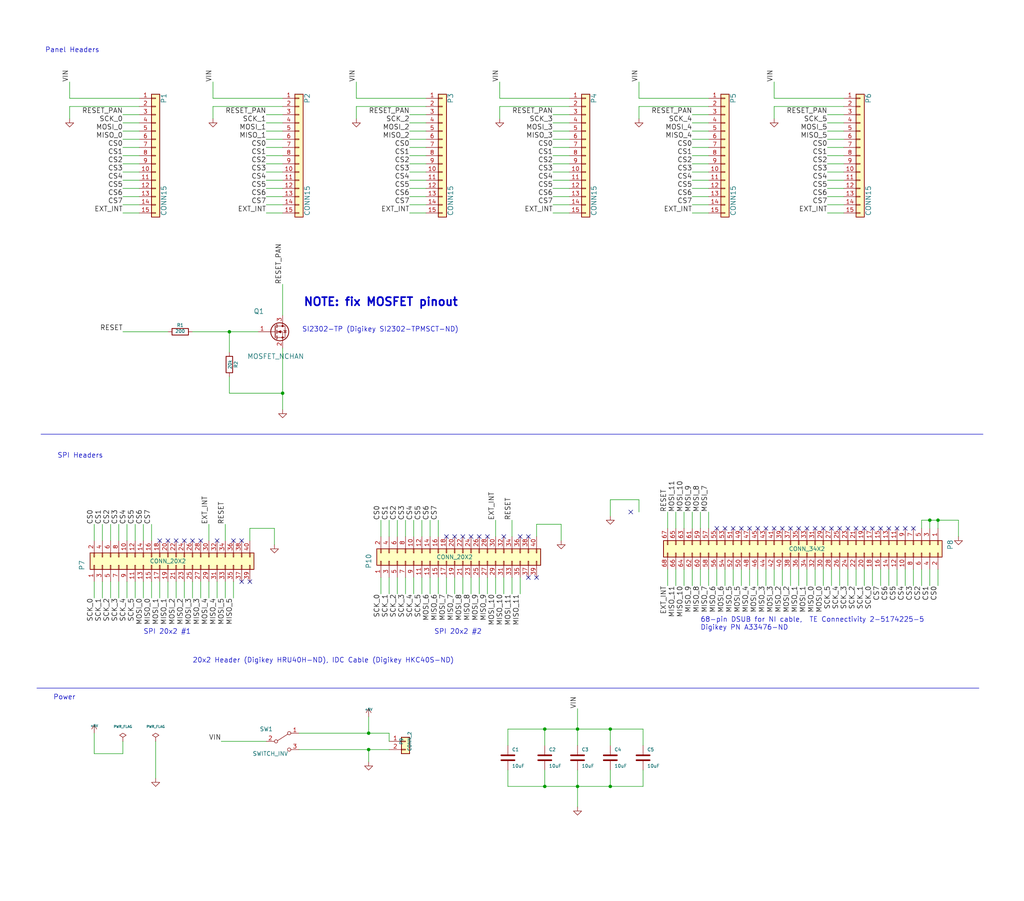
<source format=kicad_sch>
(kicad_sch (version 20230121) (generator eeschema)
  (paper "User" 317.5 279.4)
  (title_block (title "G4 Debug Arena Flat ATMega328") (date "10/08/2014") (rev "v0.2") (company "IORodeo"))
  (lib_symbols
    (symbol "Connector_Generic:Conn_01x02" (pin_names (offset 1.016) hide)
      (property "Reference" "J" (at 0 2.54 0))
      (property "Value" "Conn_01x02" (at 0 -5.08 0))
      (symbol "Conn_01x02_1_1"
        (pin passive line (at -5.08 0 0) (length 3.81) (name "Pin_1") (number "1"))
        (pin passive line (at -5.08 -2.54 0) (length 3.81) (name "Pin_2") (number "2"))
      )
    )
    (symbol "Connector_Generic:Conn_01x15" (pin_names (offset 1.016) hide)
      (property "Reference" "J" (at 0 20.32 0))
      (property "Value" "Conn_01x15" (at 0 -20.32 0))
      (symbol "Conn_01x15_1_1"
        (pin passive line (at -5.08 17.78 0) (length 3.81) (name "Pin_1") (number "1"))
        (pin passive line (at -5.08 -5.08 0) (length 3.81) (name "Pin_10") (number "10"))
        (pin passive line (at -5.08 -7.62 0) (length 3.81) (name "Pin_11") (number "11"))
        (pin passive line (at -5.08 -10.16 0) (length 3.81) (name "Pin_12") (number "12"))
        (pin passive line (at -5.08 -12.7 0) (length 3.81) (name "Pin_13") (number "13"))
        (pin passive line (at -5.08 -15.24 0) (length 3.81) (name "Pin_14") (number "14"))
        (pin passive line (at -5.08 -17.78 0) (length 3.81) (name "Pin_15") (number "15"))
        (pin passive line (at -5.08 15.24 0) (length 3.81) (name "Pin_2") (number "2"))
        (pin passive line (at -5.08 12.7 0) (length 3.81) (name "Pin_3") (number "3"))
        (pin passive line (at -5.08 10.16 0) (length 3.81) (name "Pin_4") (number "4"))
        (pin passive line (at -5.08 7.62 0) (length 3.81) (name "Pin_5") (number "5"))
        (pin passive line (at -5.08 5.08 0) (length 3.81) (name "Pin_6") (number "6"))
        (pin passive line (at -5.08 2.54 0) (length 3.81) (name "Pin_7") (number "7"))
        (pin passive line (at -5.08 0 0) (length 3.81) (name "Pin_8") (number "8"))
        (pin passive line (at -5.08 -2.54 0) (length 3.81) (name "Pin_9") (number "9"))
      )
    )
    (symbol "Connector_Generic:Conn_02x20_Odd_Even" (pin_names (offset 1.016) hide)
      (property "Reference" "J" (at 1.27 25.4 0))
      (property "Value" "Conn_02x20_Odd_Even" (at 1.27 -27.94 0))
      (symbol "Conn_02x20_Odd_Even_1_1"
        (pin passive line (at -5.08 22.86 0) (length 3.81) (name "Pin_1") (number "1"))
        (pin passive line (at 7.62 12.7 180) (length 3.81) (name "Pin_10") (number "10"))
        (pin passive line (at -5.08 10.16 0) (length 3.81) (name "Pin_11") (number "11"))
        (pin passive line (at 7.62 10.16 180) (length 3.81) (name "Pin_12") (number "12"))
        (pin passive line (at -5.08 7.62 0) (length 3.81) (name "Pin_13") (number "13"))
        (pin passive line (at 7.62 7.62 180) (length 3.81) (name "Pin_14") (number "14"))
        (pin passive line (at -5.08 5.08 0) (length 3.81) (name "Pin_15") (number "15"))
        (pin passive line (at 7.62 5.08 180) (length 3.81) (name "Pin_16") (number "16"))
        (pin passive line (at -5.08 2.54 0) (length 3.81) (name "Pin_17") (number "17"))
        (pin passive line (at 7.62 2.54 180) (length 3.81) (name "Pin_18") (number "18"))
        (pin passive line (at -5.08 0 0) (length 3.81) (name "Pin_19") (number "19"))
        (pin passive line (at 7.62 22.86 180) (length 3.81) (name "Pin_2") (number "2"))
        (pin passive line (at 7.62 0 180) (length 3.81) (name "Pin_20") (number "20"))
        (pin passive line (at -5.08 -2.54 0) (length 3.81) (name "Pin_21") (number "21"))
        (pin passive line (at 7.62 -2.54 180) (length 3.81) (name "Pin_22") (number "22"))
        (pin passive line (at -5.08 -5.08 0) (length 3.81) (name "Pin_23") (number "23"))
        (pin passive line (at 7.62 -5.08 180) (length 3.81) (name "Pin_24") (number "24"))
        (pin passive line (at -5.08 -7.62 0) (length 3.81) (name "Pin_25") (number "25"))
        (pin passive line (at 7.62 -7.62 180) (length 3.81) (name "Pin_26") (number "26"))
        (pin passive line (at -5.08 -10.16 0) (length 3.81) (name "Pin_27") (number "27"))
        (pin passive line (at 7.62 -10.16 180) (length 3.81) (name "Pin_28") (number "28"))
        (pin passive line (at -5.08 -12.7 0) (length 3.81) (name "Pin_29") (number "29"))
        (pin passive line (at -5.08 20.32 0) (length 3.81) (name "Pin_3") (number "3"))
        (pin passive line (at 7.62 -12.7 180) (length 3.81) (name "Pin_30") (number "30"))
        (pin passive line (at -5.08 -15.24 0) (length 3.81) (name "Pin_31") (number "31"))
        (pin passive line (at 7.62 -15.24 180) (length 3.81) (name "Pin_32") (number "32"))
        (pin passive line (at -5.08 -17.78 0) (length 3.81) (name "Pin_33") (number "33"))
        (pin passive line (at 7.62 -17.78 180) (length 3.81) (name "Pin_34") (number "34"))
        (pin passive line (at -5.08 -20.32 0) (length 3.81) (name "Pin_35") (number "35"))
        (pin passive line (at 7.62 -20.32 180) (length 3.81) (name "Pin_36") (number "36"))
        (pin passive line (at -5.08 -22.86 0) (length 3.81) (name "Pin_37") (number "37"))
        (pin passive line (at 7.62 -22.86 180) (length 3.81) (name "Pin_38") (number "38"))
        (pin passive line (at -5.08 -25.4 0) (length 3.81) (name "Pin_39") (number "39"))
        (pin passive line (at 7.62 20.32 180) (length 3.81) (name "Pin_4") (number "4"))
        (pin passive line (at 7.62 -25.4 180) (length 3.81) (name "Pin_40") (number "40"))
        (pin passive line (at -5.08 17.78 0) (length 3.81) (name "Pin_5") (number "5"))
        (pin passive line (at 7.62 17.78 180) (length 3.81) (name "Pin_6") (number "6"))
        (pin passive line (at -5.08 15.24 0) (length 3.81) (name "Pin_7") (number "7"))
        (pin passive line (at 7.62 15.24 180) (length 3.81) (name "Pin_8") (number "8"))
        (pin passive line (at -5.08 12.7 0) (length 3.81) (name "Pin_9") (number "9"))
      )
    )
    (symbol "Connector_Generic:Conn_02x34_Odd_Even" (pin_names (offset 1.016) hide)
      (property "Reference" "J" (at 1.27 43.18 0))
      (property "Value" "Conn_02x34_Odd_Even" (at 1.27 -45.72 0))
      (symbol "Conn_02x34_Odd_Even_1_1"
        (pin passive line (at -5.08 40.64 0) (length 3.81) (name "Pin_1") (number "1"))
        (pin passive line (at 7.62 30.48 180) (length 3.81) (name "Pin_10") (number "10"))
        (pin passive line (at -5.08 27.94 0) (length 3.81) (name "Pin_11") (number "11"))
        (pin passive line (at 7.62 27.94 180) (length 3.81) (name "Pin_12") (number "12"))
        (pin passive line (at -5.08 25.4 0) (length 3.81) (name "Pin_13") (number "13"))
        (pin passive line (at 7.62 25.4 180) (length 3.81) (name "Pin_14") (number "14"))
        (pin passive line (at -5.08 22.86 0) (length 3.81) (name "Pin_15") (number "15"))
        (pin passive line (at 7.62 22.86 180) (length 3.81) (name "Pin_16") (number "16"))
        (pin passive line (at -5.08 20.32 0) (length 3.81) (name "Pin_17") (number "17"))
        (pin passive line (at 7.62 20.32 180) (length 3.81) (name "Pin_18") (number "18"))
        (pin passive line (at -5.08 17.78 0) (length 3.81) (name "Pin_19") (number "19"))
        (pin passive line (at 7.62 40.64 180) (length 3.81) (name "Pin_2") (number "2"))
        (pin passive line (at 7.62 17.78 180) (length 3.81) (name "Pin_20") (number "20"))
        (pin passive line (at -5.08 15.24 0) (length 3.81) (name "Pin_21") (number "21"))
        (pin passive line (at 7.62 15.24 180) (length 3.81) (name "Pin_22") (number "22"))
        (pin passive line (at -5.08 12.7 0) (length 3.81) (name "Pin_23") (number "23"))
        (pin passive line (at 7.62 12.7 180) (length 3.81) (name "Pin_24") (number "24"))
        (pin passive line (at -5.08 10.16 0) (length 3.81) (name "Pin_25") (number "25"))
        (pin passive line (at 7.62 10.16 180) (length 3.81) (name "Pin_26") (number "26"))
        (pin passive line (at -5.08 7.62 0) (length 3.81) (name "Pin_27") (number "27"))
        (pin passive line (at 7.62 7.62 180) (length 3.81) (name "Pin_28") (number "28"))
        (pin passive line (at -5.08 5.08 0) (length 3.81) (name "Pin_29") (number "29"))
        (pin passive line (at -5.08 38.1 0) (length 3.81) (name "Pin_3") (number "3"))
        (pin passive line (at 7.62 5.08 180) (length 3.81) (name "Pin_30") (number "30"))
        (pin passive line (at -5.08 2.54 0) (length 3.81) (name "Pin_31") (number "31"))
        (pin passive line (at 7.62 2.54 180) (length 3.81) (name "Pin_32") (number "32"))
        (pin passive line (at -5.08 0 0) (length 3.81) (name "Pin_33") (number "33"))
        (pin passive line (at 7.62 0 180) (length 3.81) (name "Pin_34") (number "34"))
        (pin passive line (at -5.08 -2.54 0) (length 3.81) (name "Pin_35") (number "35"))
        (pin passive line (at 7.62 -2.54 180) (length 3.81) (name "Pin_36") (number "36"))
        (pin passive line (at -5.08 -5.08 0) (length 3.81) (name "Pin_37") (number "37"))
        (pin passive line (at 7.62 -5.08 180) (length 3.81) (name "Pin_38") (number "38"))
        (pin passive line (at -5.08 -7.62 0) (length 3.81) (name "Pin_39") (number "39"))
        (pin passive line (at 7.62 38.1 180) (length 3.81) (name "Pin_4") (number "4"))
        (pin passive line (at 7.62 -7.62 180) (length 3.81) (name "Pin_40") (number "40"))
        (pin passive line (at -5.08 -10.16 0) (length 3.81) (name "Pin_41") (number "41"))
        (pin passive line (at 7.62 -10.16 180) (length 3.81) (name "Pin_42") (number "42"))
        (pin passive line (at -5.08 -12.7 0) (length 3.81) (name "Pin_43") (number "43"))
        (pin passive line (at 7.62 -12.7 180) (length 3.81) (name "Pin_44") (number "44"))
        (pin passive line (at -5.08 -15.24 0) (length 3.81) (name "Pin_45") (number "45"))
        (pin passive line (at 7.62 -15.24 180) (length 3.81) (name "Pin_46") (number "46"))
        (pin passive line (at -5.08 -17.78 0) (length 3.81) (name "Pin_47") (number "47"))
        (pin passive line (at 7.62 -17.78 180) (length 3.81) (name "Pin_48") (number "48"))
        (pin passive line (at -5.08 -20.32 0) (length 3.81) (name "Pin_49") (number "49"))
        (pin passive line (at -5.08 35.56 0) (length 3.81) (name "Pin_5") (number "5"))
        (pin passive line (at 7.62 -20.32 180) (length 3.81) (name "Pin_50") (number "50"))
        (pin passive line (at -5.08 -22.86 0) (length 3.81) (name "Pin_51") (number "51"))
        (pin passive line (at 7.62 -22.86 180) (length 3.81) (name "Pin_52") (number "52"))
        (pin passive line (at -5.08 -25.4 0) (length 3.81) (name "Pin_53") (number "53"))
        (pin passive line (at 7.62 -25.4 180) (length 3.81) (name "Pin_54") (number "54"))
        (pin passive line (at -5.08 -27.94 0) (length 3.81) (name "Pin_55") (number "55"))
        (pin passive line (at 7.62 -27.94 180) (length 3.81) (name "Pin_56") (number "56"))
        (pin passive line (at -5.08 -30.48 0) (length 3.81) (name "Pin_57") (number "57"))
        (pin passive line (at 7.62 -30.48 180) (length 3.81) (name "Pin_58") (number "58"))
        (pin passive line (at -5.08 -33.02 0) (length 3.81) (name "Pin_59") (number "59"))
        (pin passive line (at 7.62 35.56 180) (length 3.81) (name "Pin_6") (number "6"))
        (pin passive line (at 7.62 -33.02 180) (length 3.81) (name "Pin_60") (number "60"))
        (pin passive line (at -5.08 -35.56 0) (length 3.81) (name "Pin_61") (number "61"))
        (pin passive line (at 7.62 -35.56 180) (length 3.81) (name "Pin_62") (number "62"))
        (pin passive line (at -5.08 -38.1 0) (length 3.81) (name "Pin_63") (number "63"))
        (pin passive line (at 7.62 -38.1 180) (length 3.81) (name "Pin_64") (number "64"))
        (pin passive line (at -5.08 -40.64 0) (length 3.81) (name "Pin_65") (number "65"))
        (pin passive line (at 7.62 -40.64 180) (length 3.81) (name "Pin_66") (number "66"))
        (pin passive line (at -5.08 -43.18 0) (length 3.81) (name "Pin_67") (number "67"))
        (pin passive line (at 7.62 -43.18 180) (length 3.81) (name "Pin_68") (number "68"))
        (pin passive line (at -5.08 33.02 0) (length 3.81) (name "Pin_7") (number "7"))
        (pin passive line (at 7.62 33.02 180) (length 3.81) (name "Pin_8") (number "8"))
        (pin passive line (at -5.08 30.48 0) (length 3.81) (name "Pin_9") (number "9"))
      )
    )
    (symbol "Device:C" (pin_numbers hide) (pin_names (offset 0.254))
      (property "Reference" "C" (at 0.635 2.54 0))
      (property "Value" "C" (at 0.635 -2.54 0))
      (symbol "C_1_1"
        (pin passive line (at 0 3.81 270) (length 2.794) (name "~") (number "1"))
        (pin passive line (at 0 -3.81 90) (length 2.794) (name "~") (number "2"))
      )
    )
    (symbol "Device:R" (pin_numbers hide) (pin_names (offset 0))
      (property "Reference" "R" (at 2.032 0 90))
      (property "Value" "R" (at 0 0 90))
      (symbol "R_1_1"
        (pin passive line (at 0 3.81 270) (length 1.27) (name "~") (number "1"))
        (pin passive line (at 0 -3.81 90) (length 1.27) (name "~") (number "2"))
      )
    )
    (symbol "Switch:SW_SPDT" (pin_names (offset 0) hide)
      (property "Reference" "SW" (at 0 4.318 0))
      (property "Value" "SW_SPDT" (at 0 -5.08 0))
      (symbol "SW_SPDT_1_1"
        (pin passive line (at 5.08 2.54 180) (length 2.54) (name "A") (number "1"))
        (pin passive line (at -5.08 0 0) (length 2.54) (name "B") (number "2"))
        (pin passive line (at 5.08 -2.54 180) (length 2.54) (name "C") (number "3"))
      )
    )
    (symbol "Transistor_FET:2N7002E" (pin_names hide)
      (property "Reference" "Q" (at 5.08 1.905 0))
      (property "Value" "2N7002E" (at 5.08 0 0))
      (symbol "2N7002E_1_1"
        (pin input line (at -5.08 0 0) (length 2.54) (name "G") (number "1"))
        (pin passive line (at 2.54 -5.08 90) (length 2.54) (name "S") (number "2"))
        (pin passive line (at 2.54 5.08 270) (length 2.54) (name "D") (number "3"))
      )
    )
    (symbol "power:+5V" (power) (pin_names (offset 0))
      (property "Value" "+5V" (at 0 3.556 0))
      (symbol "+5V_1_1"
        (pin power_in line (at 0 0 90) (length 0) hide (name "+5V") (number "1"))
      )
    )
    (symbol "power:GND" (power) (pin_names (offset 0))
      (property "Value" "GND" (at 0 -3.81 0))
      (symbol "GND_1_1"
        (pin power_in line (at 0 0 270) (length 0) hide (name "GND") (number "1"))
      )
    )
    (symbol "power:PWR_FLAG" (power) (pin_numbers hide) (pin_names (offset 0) hide)
      (property "Value" "PWR_FLAG" (at 0 3.81 0))
      (symbol "PWR_FLAG_0_0"
        (pin power_out line (at 0 0 90) (length 0) (name "pwr") (number "1"))
      )
    )
  )
  (junction (at 168.91 243.84))
  (junction (at 179.07 243.84))
  (junction (at 189.23 226.06))
  (junction (at 114.3 232.41))
  (junction (at 290.83 161.29))
  (junction (at 87.63 121.92))
  (junction (at 114.3 227.33))
  (junction (at 288.29 161.29))
  (junction (at 189.23 243.84))
  (junction (at 168.91 226.06))
  (junction (at 71.12 102.87))
  (junction (at 179.07 226.06))
  (no_connect (at 163.83 179.07))
  (no_connect (at 250.19 163.83))
  (no_connect (at 240.03 163.83))
  (no_connect (at 237.49 163.83))
  (no_connect (at 163.83 166.37))
  (no_connect (at 151.13 166.37))
  (no_connect (at 77.47 180.34))
  (no_connect (at 146.05 166.37))
  (no_connect (at 227.33 163.83))
  (no_connect (at 260.35 163.83))
  (no_connect (at 280.67 163.83))
  (no_connect (at 72.39 167.64))
  (no_connect (at 222.25 163.83))
  (no_connect (at 67.31 167.64))
  (no_connect (at 247.65 163.83))
  (no_connect (at 275.59 163.83))
  (no_connect (at 267.97 163.83))
  (no_connect (at 255.27 163.83))
  (no_connect (at 195.58 158.75))
  (no_connect (at 166.37 179.07))
  (no_connect (at 138.43 166.37))
  (no_connect (at 270.51 163.83))
  (no_connect (at 49.53 167.64))
  (no_connect (at 273.05 163.83))
  (no_connect (at 74.93 180.34))
  (no_connect (at 252.73 163.83))
  (no_connect (at 245.11 163.83))
  (no_connect (at 62.23 167.64))
  (no_connect (at 143.51 166.37))
  (no_connect (at 148.59 166.37))
  (no_connect (at 161.29 166.37))
  (no_connect (at 242.57 163.83))
  (no_connect (at 283.21 163.83))
  (no_connect (at 265.43 163.83))
  (no_connect (at 262.89 163.83))
  (no_connect (at 74.93 167.64))
  (no_connect (at 57.15 167.64))
  (no_connect (at 52.07 167.64))
  (no_connect (at 54.61 167.64))
  (no_connect (at 257.81 163.83))
  (no_connect (at 234.95 163.83))
  (no_connect (at 229.87 163.83))
  (no_connect (at 156.21 166.37))
  (no_connect (at 224.79 163.83))
  (no_connect (at 232.41 163.83))
  (no_connect (at 278.13 163.83))
  (no_connect (at 59.69 167.64))
  (no_connect (at 140.97 166.37))
  (wire (pts (xy 71.12 121.92) (xy 87.63 121.92)))
  (wire (pts (xy 87.63 121.92) (xy 87.63 127)))
  (wire (pts (xy 154.94 33.02) (xy 176.53 33.02)))
  (wire (pts (xy 87.63 35.56) (xy 82.55 35.56)))
  (wire (pts (xy 198.12 30.48) (xy 219.71 30.48)))
  (wire (pts (xy 232.41 176.53) (xy 232.41 181.61)))
  (wire (pts (xy 214.63 163.83) (xy 214.63 158.75)))
  (wire (pts (xy 161.29 179.07) (xy 161.29 184.15)))
  (wire (pts (xy 157.48 243.84) (xy 168.91 243.84)))
  (wire (pts (xy 44.45 180.34) (xy 44.45 185.42)))
  (wire (pts (xy 71.12 102.87) (xy 71.12 109.22)))
  (wire (pts (xy 36.83 180.34) (xy 36.83 185.42)))
  (wire (pts (xy 71.12 116.84) (xy 71.12 121.92)))
  (wire (pts (xy 207.01 163.83) (xy 207.01 158.75)))
  (wire (pts (xy 176.53 35.56) (xy 171.45 35.56)))
  (wire (pts (xy 135.89 179.07) (xy 135.89 184.15)))
  (polyline (pts (xy 11.43 213.36) (xy 303.53 213.36)))
  (wire (pts (xy 198.12 33.02) (xy 219.71 33.02)))
  (wire (pts (xy 71.12 102.87) (xy 80.01 102.87)))
  (wire (pts (xy 219.71 48.26) (xy 214.63 48.26)))
  (wire (pts (xy 219.71 58.42) (xy 214.63 58.42)))
  (wire (pts (xy 118.11 179.07) (xy 118.11 184.15)))
  (wire (pts (xy 69.85 167.64) (xy 69.85 162.56)))
  (wire (pts (xy 87.63 50.8) (xy 82.55 50.8)))
  (wire (pts (xy 132.08 48.26) (xy 127 48.26)))
  (wire (pts (xy 261.62 38.1) (xy 256.54 38.1)))
  (wire (pts (xy 283.21 176.53) (xy 283.21 181.61)))
  (polyline (pts (xy 12.7 134.62) (xy 304.8 134.62)))
  (wire (pts (xy 110.49 33.02) (xy 110.49 36.83)))
  (wire (pts (xy 39.37 167.64) (xy 39.37 162.56)))
  (wire (pts (xy 189.23 243.84) (xy 199.39 243.84)))
  (wire (pts (xy 132.08 53.34) (xy 127 53.34)))
  (wire (pts (xy 77.47 163.83) (xy 85.09 163.83)))
  (wire (pts (xy 179.07 243.84) (xy 179.07 250.19)))
  (wire (pts (xy 44.45 167.64) (xy 44.45 162.56)))
  (wire (pts (xy 87.63 40.64) (xy 82.55 40.64)))
  (wire (pts (xy 257.81 176.53) (xy 257.81 181.61)))
  (wire (pts (xy 219.71 35.56) (xy 214.63 35.56)))
  (wire (pts (xy 297.18 161.29) (xy 297.18 166.37)))
  (wire (pts (xy 36.83 167.64) (xy 36.83 162.56)))
  (wire (pts (xy 132.08 66.04) (xy 127 66.04)))
  (wire (pts (xy 168.91 243.84) (xy 168.91 238.76)))
  (wire (pts (xy 189.23 226.06) (xy 199.39 226.06)))
  (wire (pts (xy 41.91 180.34) (xy 41.91 185.42)))
  (wire (pts (xy 198.12 154.94) (xy 198.12 158.75)))
  (wire (pts (xy 176.53 55.88) (xy 171.45 55.88)))
  (wire (pts (xy 255.27 176.53) (xy 255.27 181.61)))
  (wire (pts (xy 214.63 176.53) (xy 214.63 181.61)))
  (wire (pts (xy 66.04 33.02) (xy 87.63 33.02)))
  (wire (pts (xy 128.27 179.07) (xy 128.27 184.15)))
  (wire (pts (xy 87.63 48.26) (xy 82.55 48.26)))
  (wire (pts (xy 207.01 176.53) (xy 207.01 181.61)))
  (wire (pts (xy 219.71 40.64) (xy 214.63 40.64)))
  (wire (pts (xy 240.03 30.48) (xy 261.62 30.48)))
  (wire (pts (xy 87.63 58.42) (xy 82.55 58.42)))
  (wire (pts (xy 153.67 179.07) (xy 153.67 184.15)))
  (wire (pts (xy 132.08 45.72) (xy 127 45.72)))
  (wire (pts (xy 240.03 25.4) (xy 240.03 30.48)))
  (wire (pts (xy 120.65 179.07) (xy 120.65 184.15)))
  (wire (pts (xy 85.09 163.83) (xy 85.09 168.91)))
  (wire (pts (xy 176.53 66.04) (xy 171.45 66.04)))
  (wire (pts (xy 285.75 163.83) (xy 285.75 161.29)))
  (wire (pts (xy 57.15 180.34) (xy 57.15 185.42)))
  (wire (pts (xy 125.73 179.07) (xy 125.73 184.15)))
  (wire (pts (xy 219.71 63.5) (xy 214.63 63.5)))
  (wire (pts (xy 219.71 45.72) (xy 214.63 45.72)))
  (wire (pts (xy 38.1 233.68) (xy 29.21 233.68)))
  (wire (pts (xy 114.3 227.33) (xy 114.3 222.25)))
  (wire (pts (xy 261.62 50.8) (xy 256.54 50.8)))
  (wire (pts (xy 87.63 97.79) (xy 87.63 88.138)))
  (wire (pts (xy 43.18 60.96) (xy 38.1 60.96)))
  (wire (pts (xy 66.04 33.02) (xy 66.04 36.83)))
  (wire (pts (xy 52.07 180.34) (xy 52.07 185.42)))
  (wire (pts (xy 43.18 53.34) (xy 38.1 53.34)))
  (wire (pts (xy 143.51 179.07) (xy 143.51 184.15)))
  (wire (pts (xy 219.71 53.34) (xy 214.63 53.34)))
  (wire (pts (xy 43.18 45.72) (xy 38.1 45.72)))
  (wire (pts (xy 21.59 25.4) (xy 21.59 30.48)))
  (wire (pts (xy 189.23 154.94) (xy 189.23 160.02)))
  (wire (pts (xy 39.37 180.34) (xy 39.37 185.42)))
  (wire (pts (xy 43.18 58.42) (xy 38.1 58.42)))
  (wire (pts (xy 151.13 179.07) (xy 151.13 184.15)))
  (wire (pts (xy 114.3 227.33) (xy 120.65 227.33)))
  (wire (pts (xy 240.03 33.02) (xy 240.03 36.83)))
  (wire (pts (xy 29.21 180.34) (xy 29.21 185.42)))
  (wire (pts (xy 31.75 167.64) (xy 31.75 162.56)))
  (wire (pts (xy 275.59 176.53) (xy 275.59 181.61)))
  (wire (pts (xy 176.53 50.8) (xy 171.45 50.8)))
  (wire (pts (xy 87.63 66.04) (xy 82.55 66.04)))
  (wire (pts (xy 265.43 176.53) (xy 265.43 181.61)))
  (wire (pts (xy 198.12 33.02) (xy 198.12 36.83)))
  (wire (pts (xy 87.63 107.95) (xy 87.63 121.92)))
  (wire (pts (xy 237.49 176.53) (xy 237.49 181.61)))
  (wire (pts (xy 261.62 53.34) (xy 256.54 53.34)))
  (wire (pts (xy 62.23 180.34) (xy 62.23 185.42)))
  (wire (pts (xy 217.17 163.83) (xy 217.17 158.75)))
  (wire (pts (xy 176.53 53.34) (xy 171.45 53.34)))
  (wire (pts (xy 133.35 166.37) (xy 133.35 161.29)))
  (wire (pts (xy 158.75 166.37) (xy 158.75 161.29)))
  (wire (pts (xy 278.13 176.53) (xy 278.13 181.61)))
  (wire (pts (xy 176.53 40.64) (xy 171.45 40.64)))
  (wire (pts (xy 120.65 227.33) (xy 120.65 229.87)))
  (wire (pts (xy 110.49 25.4) (xy 110.49 30.48)))
  (wire (pts (xy 273.05 176.53) (xy 273.05 181.61)))
  (wire (pts (xy 133.35 179.07) (xy 133.35 184.15)))
  (wire (pts (xy 128.27 166.37) (xy 128.27 161.29)))
  (wire (pts (xy 120.65 166.37) (xy 120.65 161.29)))
  (wire (pts (xy 130.81 166.37) (xy 130.81 161.29)))
  (wire (pts (xy 219.71 50.8) (xy 214.63 50.8)))
  (wire (pts (xy 219.71 66.04) (xy 214.63 66.04)))
  (wire (pts (xy 168.91 226.06) (xy 179.07 226.06)))
  (wire (pts (xy 240.03 33.02) (xy 261.62 33.02)))
  (wire (pts (xy 166.37 162.56) (xy 173.99 162.56)))
  (wire (pts (xy 262.89 176.53) (xy 262.89 181.61)))
  (wire (pts (xy 132.08 40.64) (xy 127 40.64)))
  (wire (pts (xy 261.62 40.64) (xy 256.54 40.64)))
  (wire (pts (xy 157.48 226.06) (xy 168.91 226.06)))
  (wire (pts (xy 125.73 166.37) (xy 125.73 161.29)))
  (wire (pts (xy 21.59 30.48) (xy 43.18 30.48)))
  (wire (pts (xy 288.29 161.29) (xy 288.29 163.83)))
  (wire (pts (xy 92.71 227.33) (xy 114.3 227.33)))
  (wire (pts (xy 189.23 154.94) (xy 198.12 154.94)))
  (wire (pts (xy 261.62 66.04) (xy 256.54 66.04)))
  (wire (pts (xy 290.83 161.29) (xy 290.83 163.83)))
  (wire (pts (xy 48.26 229.87) (xy 48.26 241.3)))
  (wire (pts (xy 46.99 167.64) (xy 46.99 162.56)))
  (wire (pts (xy 179.07 243.84) (xy 189.23 243.84)))
  (wire (pts (xy 87.63 53.34) (xy 82.55 53.34)))
  (wire (pts (xy 209.55 163.83) (xy 209.55 158.75)))
  (wire (pts (xy 69.85 180.34) (xy 69.85 185.42)))
  (wire (pts (xy 219.71 176.53) (xy 219.71 181.61)))
  (wire (pts (xy 148.59 179.07) (xy 148.59 184.15)))
  (wire (pts (xy 87.63 60.96) (xy 82.55 60.96)))
  (wire (pts (xy 261.62 43.18) (xy 256.54 43.18)))
  (wire (pts (xy 261.62 45.72) (xy 256.54 45.72)))
  (wire (pts (xy 270.51 176.53) (xy 270.51 181.61)))
  (wire (pts (xy 34.29 180.34) (xy 34.29 185.42)))
  (wire (pts (xy 132.08 63.5) (xy 127 63.5)))
  (wire (pts (xy 212.09 163.83) (xy 212.09 158.75)))
  (wire (pts (xy 219.71 38.1) (xy 214.63 38.1)))
  (wire (pts (xy 123.19 166.37) (xy 123.19 161.29)))
  (wire (pts (xy 118.11 166.37) (xy 118.11 161.29)))
  (wire (pts (xy 21.59 33.02) (xy 21.59 36.83)))
  (wire (pts (xy 157.48 231.14) (xy 157.48 226.06)))
  (wire (pts (xy 154.94 33.02) (xy 154.94 36.83)))
  (wire (pts (xy 154.94 25.4) (xy 154.94 30.48)))
  (wire (pts (xy 114.3 232.41) (xy 120.65 232.41)))
  (wire (pts (xy 130.81 179.07) (xy 130.81 184.15)))
  (wire (pts (xy 189.23 243.84) (xy 189.23 238.76)))
  (wire (pts (xy 138.43 179.07) (xy 138.43 184.15)))
  (wire (pts (xy 34.29 167.64) (xy 34.29 162.56)))
  (wire (pts (xy 280.67 176.53) (xy 280.67 181.61)))
  (wire (pts (xy 43.18 63.5) (xy 38.1 63.5)))
  (wire (pts (xy 67.31 180.34) (xy 67.31 185.42)))
  (wire (pts (xy 87.63 43.18) (xy 82.55 43.18)))
  (wire (pts (xy 290.83 161.29) (xy 297.18 161.29)))
  (wire (pts (xy 157.48 238.76) (xy 157.48 243.84)))
  (wire (pts (xy 132.08 50.8) (xy 127 50.8)))
  (wire (pts (xy 176.53 38.1) (xy 171.45 38.1)))
  (wire (pts (xy 64.77 167.64) (xy 64.77 162.56)))
  (wire (pts (xy 158.75 179.07) (xy 158.75 184.15)))
  (wire (pts (xy 173.99 162.56) (xy 173.99 167.64)))
  (wire (pts (xy 54.61 180.34) (xy 54.61 185.42)))
  (wire (pts (xy 199.39 243.84) (xy 199.39 238.76)))
  (wire (pts (xy 219.71 43.18) (xy 214.63 43.18)))
  (wire (pts (xy 176.53 58.42) (xy 171.45 58.42)))
  (wire (pts (xy 110.49 33.02) (xy 132.08 33.02)))
  (wire (pts (xy 64.77 180.34) (xy 64.77 185.42)))
  (wire (pts (xy 153.67 166.37) (xy 153.67 161.29)))
  (wire (pts (xy 209.55 176.53) (xy 209.55 181.61)))
  (wire (pts (xy 49.53 180.34) (xy 49.53 185.42)))
  (wire (pts (xy 261.62 35.56) (xy 256.54 35.56)))
  (wire (pts (xy 43.18 38.1) (xy 38.1 38.1)))
  (wire (pts (xy 87.63 55.88) (xy 82.55 55.88)))
  (wire (pts (xy 87.63 45.72) (xy 82.55 45.72)))
  (wire (pts (xy 21.59 33.02) (xy 43.18 33.02)))
  (wire (pts (xy 114.3 232.41) (xy 114.3 236.22)))
  (wire (pts (xy 123.19 179.07) (xy 123.19 184.15)))
  (wire (pts (xy 219.71 55.88) (xy 214.63 55.88)))
  (wire (pts (xy 176.53 45.72) (xy 171.45 45.72)))
  (wire (pts (xy 132.08 55.88) (xy 127 55.88)))
  (wire (pts (xy 176.53 48.26) (xy 171.45 48.26)))
  (wire (pts (xy 189.23 226.06) (xy 189.23 231.14)))
  (wire (pts (xy 199.39 226.06) (xy 199.39 231.14)))
  (wire (pts (xy 176.53 63.5) (xy 171.45 63.5)))
  (wire (pts (xy 87.63 63.5) (xy 82.55 63.5)))
  (wire (pts (xy 285.75 176.53) (xy 285.75 181.61)))
  (wire (pts (xy 224.79 176.53) (xy 224.79 181.61)))
  (wire (pts (xy 29.21 167.64) (xy 29.21 162.56)))
  (wire (pts (xy 132.08 43.18) (xy 127 43.18)))
  (wire (pts (xy 252.73 176.53) (xy 252.73 181.61)))
  (wire (pts (xy 38.1 229.87) (xy 38.1 233.68)))
  (wire (pts (xy 261.62 60.96) (xy 256.54 60.96)))
  (wire (pts (xy 261.62 55.88) (xy 256.54 55.88)))
  (wire (pts (xy 198.12 25.4) (xy 198.12 30.48)))
  (wire (pts (xy 288.29 176.53) (xy 288.29 181.61)))
  (wire (pts (xy 43.18 40.64) (xy 38.1 40.64)))
  (wire (pts (xy 166.37 166.37) (xy 166.37 162.56)))
  (wire (pts (xy 43.18 48.26) (xy 38.1 48.26)))
  (wire (pts (xy 219.71 163.83) (xy 219.71 158.75)))
  (wire (pts (xy 179.07 226.06) (xy 189.23 226.06)))
  (wire (pts (xy 212.09 176.53) (xy 212.09 181.61)))
  (wire (pts (xy 261.62 63.5) (xy 256.54 63.5)))
  (wire (pts (xy 87.63 38.1) (xy 82.55 38.1)))
  (wire (pts (xy 110.49 30.48) (xy 132.08 30.48)))
  (wire (pts (xy 46.99 180.34) (xy 46.99 185.42)))
  (wire (pts (xy 132.08 35.56) (xy 127 35.56)))
  (wire (pts (xy 179.07 226.06) (xy 179.07 231.14)))
  (wire (pts (xy 219.71 60.96) (xy 214.63 60.96)))
  (wire (pts (xy 245.11 176.53) (xy 245.11 181.61)))
  (wire (pts (xy 66.04 30.48) (xy 87.63 30.48)))
  (wire (pts (xy 156.21 179.07) (xy 156.21 184.15)))
  (wire (pts (xy 43.18 55.88) (xy 38.1 55.88)))
  (wire (pts (xy 135.89 166.37) (xy 135.89 161.29)))
  (wire (pts (xy 59.69 102.87) (xy 71.12 102.87)))
  (wire (pts (xy 168.91 243.84) (xy 179.07 243.84)))
  (wire (pts (xy 82.55 229.87) (xy 68.58 229.87)))
  (wire (pts (xy 132.08 38.1) (xy 127 38.1)))
  (wire (pts (xy 234.95 176.53) (xy 234.95 181.61)))
  (wire (pts (xy 66.04 25.4) (xy 66.04 30.48)))
  (wire (pts (xy 176.53 60.96) (xy 171.45 60.96)))
  (wire (pts (xy 59.69 180.34) (xy 59.69 185.42)))
  (wire (pts (xy 288.29 161.29) (xy 290.83 161.29)))
  (wire (pts (xy 43.18 50.8) (xy 38.1 50.8)))
  (wire (pts (xy 38.1 102.87) (xy 52.07 102.87)))
  (wire (pts (xy 29.21 233.68) (xy 29.21 227.33)))
  (wire (pts (xy 31.75 180.34) (xy 31.75 185.42)))
  (wire (pts (xy 41.91 167.64) (xy 41.91 162.56)))
  (wire (pts (xy 260.35 176.53) (xy 260.35 181.61)))
  (wire (pts (xy 242.57 176.53) (xy 242.57 181.61)))
  (wire (pts (xy 229.87 176.53) (xy 229.87 181.61)))
  (wire (pts (xy 240.03 176.53) (xy 240.03 181.61)))
  (wire (pts (xy 92.71 232.41) (xy 114.3 232.41)))
  (wire (pts (xy 285.75 161.29) (xy 288.29 161.29)))
  (wire (pts (xy 217.17 176.53) (xy 217.17 181.61)))
  (wire (pts (xy 267.97 176.53) (xy 267.97 181.61)))
  (wire (pts (xy 146.05 179.07) (xy 146.05 184.15)))
  (wire (pts (xy 43.18 66.04) (xy 38.1 66.04)))
  (wire (pts (xy 250.19 176.53) (xy 250.19 181.61)))
  (wire (pts (xy 154.94 30.48) (xy 176.53 30.48)))
  (wire (pts (xy 179.07 238.76) (xy 179.07 243.84)))
  (wire (pts (xy 290.83 176.53) (xy 290.83 181.61)))
  (wire (pts (xy 261.62 58.42) (xy 256.54 58.42)))
  (wire (pts (xy 222.25 176.53) (xy 222.25 181.61)))
  (wire (pts (xy 168.91 226.06) (xy 168.91 231.14)))
  (wire (pts (xy 43.18 35.56) (xy 38.1 35.56)))
  (wire (pts (xy 247.65 176.53) (xy 247.65 181.61)))
  (wire (pts (xy 261.62 48.26) (xy 256.54 48.26)))
  (wire (pts (xy 176.53 43.18) (xy 171.45 43.18)))
  (wire (pts (xy 179.07 219.71) (xy 179.07 226.06)))
  (wire (pts (xy 140.97 179.07) (xy 140.97 184.15)))
  (wire (pts (xy 72.39 180.34) (xy 72.39 185.42)))
  (wire (pts (xy 77.47 167.64) (xy 77.47 163.83)))
  (wire (pts (xy 43.18 43.18) (xy 38.1 43.18)))
  (wire (pts (xy 132.08 58.42) (xy 127 58.42)))
  (wire (pts (xy 132.08 60.96) (xy 127 60.96)))
  (wire (pts (xy 227.33 176.53) (xy 227.33 181.61)))
  (text "Power" (at 16.51 217.17 0) (effects (font (size 1.524 1.524)) (justify left bottom)))
  (text "SPI 20x2 #1" (at 44.45 196.85 0) (effects (font (size 1.524 1.524)) (justify left bottom)))
  (text "SI2302-TP (Digikey SI2302-TPMSCT-ND)" (at 142.24 103.124 0) (effects (font (size 1.524 1.524)) (justify right bottom)))
  (text "SPI Headers" (at 17.78 142.24 0) (effects (font (size 1.524 1.524)) (justify left bottom)))
  (text "SPI 20x2 #2" (at 134.62 196.85 0) (effects (font (size 1.524 1.524)) (justify left bottom)))
  (text "20x2 Header (Digikey HRU40H-ND), IDC Cable (Digikey HKC40S-ND)" (at 59.69 205.74 0) (effects (font (size 1.524 1.524)) (justify left bottom)))
  (text "68-pin DSUB for NI cable,  TE Connectivity 2-5174225-5\nDigikey PN A33476-ND" (at 217.17 195.58 0) (effects (font (size 1.524 1.524)) (justify left bottom)))
  (text "NOTE: fix MOSFET pinout " (at 93.98 95.25 0) (effects (font (size 2.54 2.54) (thickness 0.508) bold) (justify left bottom)))
  (text "Panel Headers" (at 13.97 16.51 0) (effects (font (size 1.524 1.524)) (justify left bottom)))
  (label "CS4" (at 171.45 55.88 180) (effects (font (size 1.524 1.524))))
  (label "CS2" (at 123.19 161.29 90) (effects (font (size 1.524 1.524))))
  (label "CS6" (at 275.59 181.61 270) (effects (font (size 1.524 1.524))))
  (label "CS1" (at 256.54 48.26 180) (effects (font (size 1.524 1.524))))
  (label "CS5" (at 278.13 181.61 270) (effects (font (size 1.524 1.524))))
  (label "MOSI_0" (at 38.1 40.64 180) (effects (font (size 1.524 1.524))))
  (label "CS5" (at 256.54 58.42 180) (effects (font (size 1.524 1.524))))
  (label "SCK_0" (at 270.51 181.61 270) (effects (font (size 1.524 1.524))))
  (label "RESET_PAN" (at 38.1 35.56 180) (effects (font (size 1.524 1.524))))
  (label "MOSI_9" (at 148.59 184.15 270) (effects (font (size 1.524 1.524))))
  (label "SCK_3" (at 36.83 185.42 270) (effects (font (size 1.524 1.524))))
  (label "MISO_7" (at 140.97 184.15 270) (effects (font (size 1.524 1.524))))
  (label "CS6" (at 38.1 60.96 180) (effects (font (size 1.524 1.524))))
  (label "CS3" (at 38.1 53.34 180) (effects (font (size 1.524 1.524))))
  (label "MOSI_2" (at 54.61 185.42 270) (effects (font (size 1.524 1.524))))
  (label "CS5" (at 130.81 161.29 90) (effects (font (size 1.524 1.524))))
  (label "VIN" (at 240.03 25.4 90) (effects (font (size 1.524 1.524))))
  (label "MOSI_5" (at 256.54 40.64 180) (effects (font (size 1.524 1.524))))
  (label "SCK_4" (at 128.27 184.15 270) (effects (font (size 1.524 1.524))))
  (label "MOSI_2" (at 245.11 181.61 270) (effects (font (size 1.524 1.524))))
  (label "EXT_INT" (at 64.77 162.56 90) (effects (font (size 1.524 1.524))))
  (label "MISO_11" (at 209.55 181.61 270) (effects (font (size 1.524 1.524))))
  (label "MISO_2" (at 57.15 185.42 270) (effects (font (size 1.524 1.524))))
  (label "MOSI_6" (at 224.79 181.61 270) (effects (font (size 1.524 1.524))))
  (label "RESET" (at 38.1 102.87 180) (effects (font (size 1.524 1.524))))
  (label "CS2" (at 214.63 50.8 180) (effects (font (size 1.524 1.524))))
  (label "CS1" (at 31.75 162.56 90) (effects (font (size 1.524 1.524))))
  (label "MOSI_1" (at 82.55 40.64 180) (effects (font (size 1.524 1.524))))
  (label "RESET_PAN" (at 256.54 35.56 180) (effects (font (size 1.524 1.524))))
  (label "CS3" (at 82.55 53.34 180) (effects (font (size 1.524 1.524))))
  (label "SCK_5" (at 256.54 38.1 180) (effects (font (size 1.524 1.524))))
  (label "VIN" (at 21.59 25.4 90) (effects (font (size 1.524 1.524))))
  (label "SCK_4" (at 260.35 181.61 270) (effects (font (size 1.524 1.524))))
  (label "CS0" (at 214.63 45.72 180) (effects (font (size 1.524 1.524))))
  (label "MISO_3" (at 237.49 181.61 270) (effects (font (size 1.524 1.524))))
  (label "CS0" (at 171.45 45.72 180) (effects (font (size 1.524 1.524))))
  (label "SCK_5" (at 257.81 181.61 270) (effects (font (size 1.524 1.524))))
  (label "CS0" (at 127 45.72 180) (effects (font (size 1.524 1.524))))
  (label "CS2" (at 285.75 181.61 270) (effects (font (size 1.524 1.524))))
  (label "RESET_PAN" (at 214.63 35.56 180) (effects (font (size 1.524 1.524))))
  (label "CS6" (at 44.45 162.56 90) (effects (font (size 1.524 1.524))))
  (label "CS7" (at 171.45 63.5 180) (effects (font (size 1.524 1.524))))
  (label "MOSI_8" (at 217.17 158.75 90) (effects (font (size 1.524 1.524))))
  (label "CS3" (at 125.73 161.29 90) (effects (font (size 1.524 1.524))))
  (label "CS5" (at 127 58.42 180) (effects (font (size 1.524 1.524))))
  (label "MOSI_5" (at 229.87 181.61 270) (effects (font (size 1.524 1.524))))
  (label "CS3" (at 127 53.34 180) (effects (font (size 1.524 1.524))))
  (label "CS2" (at 171.45 50.8 180) (effects (font (size 1.524 1.524))))
  (label "MISO_0" (at 252.73 181.61 270) (effects (font (size 1.524 1.524))))
  (label "CS5" (at 38.1 58.42 180) (effects (font (size 1.524 1.524))))
  (label "EXT_INT" (at 207.01 181.61 270) (effects (font (size 1.524 1.524))))
  (label "MISO_2" (at 242.57 181.61 270) (effects (font (size 1.524 1.524))))
  (label "CS7" (at 38.1 63.5 180) (effects (font (size 1.524 1.524))))
  (label "VIN" (at 66.04 25.4 90) (effects (font (size 1.524 1.524))))
  (label "CS2" (at 82.55 50.8 180) (effects (font (size 1.524 1.524))))
  (label "MOSI_3" (at 171.45 40.64 180) (effects (font (size 1.524 1.524))))
  (label "RESET_PAN" (at 82.55 35.56 180) (effects (font (size 1.524 1.524))))
  (label "MISO_1" (at 247.65 181.61 270) (effects (font (size 1.524 1.524))))
  (label "SCK_0" (at 29.21 185.42 270) (effects (font (size 1.524 1.524))))
  (label "CS6" (at 171.45 60.96 180) (effects (font (size 1.524 1.524))))
  (label "VIN" (at 198.12 25.4 90) (effects (font (size 1.524 1.524))))
  (label "CS1" (at 214.63 48.26 180) (effects (font (size 1.524 1.524))))
  (label "MISO_0" (at 46.99 185.42 270) (effects (font (size 1.524 1.524))))
  (label "RESET_PAN" (at 171.45 35.56 180) (effects (font (size 1.524 1.524))))
  (label "MISO_9" (at 214.63 181.61 270) (effects (font (size 1.524 1.524))))
  (label "CS7" (at 273.05 181.61 270) (effects (font (size 1.524 1.524))))
  (label "CS1" (at 38.1 48.26 180) (effects (font (size 1.524 1.524))))
  (label "MOSI_11" (at 158.75 184.15 270) (effects (font (size 1.524 1.524))))
  (label "SCK_3" (at 125.73 184.15 270) (effects (font (size 1.524 1.524))))
  (label "CS6" (at 214.63 60.96 180) (effects (font (size 1.524 1.524))))
  (label "MOSI_11" (at 209.55 158.75 90) (effects (font (size 1.524 1.524))))
  (label "MISO_1" (at 82.55 43.18 180) (effects (font (size 1.524 1.524))))
  (label "VIN" (at 110.49 25.4 90) (effects (font (size 1.524 1.524))))
  (label "CS1" (at 120.65 161.29 90) (effects (font (size 1.524 1.524))))
  (label "CS5" (at 41.91 162.56 90) (effects (font (size 1.524 1.524))))
  (label "SCK_2" (at 34.29 185.42 270) (effects (font (size 1.524 1.524))))
  (label "EXT_INT" (at 153.67 161.29 90) (effects (font (size 1.524 1.524))))
  (label "RESET" (at 69.85 162.56 90) (effects (font (size 1.524 1.524))))
  (label "SCK_4" (at 214.63 38.1 180) (effects (font (size 1.524 1.524))))
  (label "CS7" (at 46.99 162.56 90) (effects (font (size 1.524 1.524))))
  (label "CS1" (at 82.55 48.26 180) (effects (font (size 1.524 1.524))))
  (label "MOSI_10" (at 153.67 184.15 270) (effects (font (size 1.524 1.524))))
  (label "VIN" (at 68.58 229.87 180) (effects (font (size 1.524 1.524))))
  (label "CS0" (at 256.54 45.72 180) (effects (font (size 1.524 1.524))))
  (label "SCK_3" (at 262.89 181.61 270) (effects (font (size 1.524 1.524))))
  (label "SCK_0" (at 118.11 184.15 270) (effects (font (size 1.524 1.524))))
  (label "CS5" (at 82.55 58.42 180) (effects (font (size 1.524 1.524))))
  (label "CS6" (at 133.35 161.29 90) (effects (font (size 1.524 1.524))))
  (label "CS6" (at 82.55 60.96 180) (effects (font (size 1.524 1.524))))
  (label "MOSI_1" (at 250.19 181.61 270) (effects (font (size 1.524 1.524))))
  (label "MOSI_3" (at 59.69 185.42 270) (effects (font (size 1.524 1.524))))
  (label "SCK_1" (at 31.75 185.42 270) (effects (font (size 1.524 1.524))))
  (label "MOSI_4" (at 214.63 40.64 180) (effects (font (size 1.524 1.524))))
  (label "MOSI_4" (at 234.95 181.61 270) (effects (font (size 1.524 1.524))))
  (label "CS0" (at 118.11 161.29 90) (effects (font (size 1.524 1.524))))
  (label "SCK_3" (at 171.45 38.1 180) (effects (font (size 1.524 1.524))))
  (label "MISO_5" (at 72.39 185.42 270) (effects (font (size 1.524 1.524))))
  (label "CS4" (at 128.27 161.29 90) (effects (font (size 1.524 1.524))))
  (label "MISO_4" (at 67.31 185.42 270) (effects (font (size 1.524 1.524))))
  (label "SCK_1" (at 120.65 184.15 270) (effects (font (size 1.524 1.524))))
  (label "MOSI_3" (at 240.03 181.61 270) (effects (font (size 1.524 1.524))))
  (label "MOSI_1" (at 49.53 185.42 270) (effects (font (size 1.524 1.524))))
  (label "MISO_6" (at 222.25 181.61 270) (effects (font (size 1.524 1.524))))
  (label "EXT_INT" (at 171.45 66.04 180) (effects (font (size 1.524 1.524))))
  (label "CS6" (at 127 60.96 180) (effects (font (size 1.524 1.524))))
  (label "MOSI_5" (at 69.85 185.42 270) (effects (font (size 1.524 1.524))))
  (label "MISO_1" (at 52.07 185.42 270) (effects (font (size 1.524 1.524))))
  (label "MOSI_4" (at 64.77 185.42 270) (effects (font (size 1.524 1.524))))
  (label "CS7" (at 135.89 161.29 90) (effects (font (size 1.524 1.524))))
  (label "CS4" (at 256.54 55.88 180) (effects (font (size 1.524 1.524))))
  (label "MISO_8" (at 217.17 181.61 270) (effects (font (size 1.524 1.524))))
  (label "MISO_9" (at 151.13 184.15 270) (effects (font (size 1.524 1.524))))
  (label "CS2" (at 38.1 50.8 180) (effects (font (size 1.524 1.524))))
  (label "MOSI_7" (at 219.71 158.75 90) (effects (font (size 1.524 1.524))))
  (label "EXT_INT" (at 82.55 66.04 180) (effects (font (size 1.524 1.524))))
  (label "MOSI_7" (at 138.43 184.15 270) (effects (font (size 1.524 1.524))))
  (label "CS0" (at 38.1 45.72 180) (effects (font (size 1.524 1.524))))
  (label "EXT_INT" (at 214.63 66.04 180) (effects (font (size 1.524 1.524))))
  (label "MISO_5" (at 256.54 43.18 180) (effects (font (size 1.524 1.524))))
  (label "CS3" (at 214.63 53.34 180) (effects (font (size 1.524 1.524))))
  (label "EXT_INT" (at 38.1 66.04 180) (effects (font (size 1.524 1.524))))
  (label "SCK_5" (at 41.91 185.42 270) (effects (font (size 1.524 1.524))))
  (label "CS7" (at 256.54 63.5 180) (effects (font (size 1.524 1.524))))
  (label "MISO_7" (at 219.71 181.61 270) (effects (font (size 1.524 1.524))))
  (label "CS6" (at 256.54 60.96 180) (effects (font (size 1.524 1.524))))
  (label "CS4" (at 214.63 55.88 180) (effects (font (size 1.524 1.524))))
  (label "VIN" (at 179.07 219.71 90) (effects (font (size 1.524 1.524))))
  (label "SCK_2" (at 265.43 181.61 270) (effects (font (size 1.524 1.524))))
  (label "MISO_4" (at 232.41 181.61 270) (effects (font (size 1.524 1.524))))
  (label "CS7" (at 127 63.5 180) (effects (font (size 1.524 1.524))))
  (label "VIN" (at 154.94 25.4 90) (effects (font (size 1.524 1.524))))
  (label "CS0" (at 290.83 181.61 270) (effects (font (size 1.524 1.524))))
  (label "MOSI_8" (at 143.51 184.15 270) (effects (font (size 1.524 1.524))))
  (label "SCK_4" (at 39.37 185.42 270) (effects (font (size 1.524 1.524))))
  (label "CS2" (at 127 50.8 180) (effects (font (size 1.524 1.524))))
  (label "MISO_0" (at 38.1 43.18 180) (effects (font (size 1.524 1.524))))
  (label "RESET" (at 207.01 158.75 90) (effects (font (size 1.524 1.524))))
  (label "RESET_PAN" (at 87.63 88.138 90) (effects (font (size 1.524 1.524))))
  (label "CS2" (at 256.54 50.8 180) (effects (font (size 1.524 1.524))))
  (label "RESET" (at 158.75 161.29 90) (effects (font (size 1.524 1.524))))
  (label "SCK_5" (at 130.81 184.15 270) (effects (font (size 1.524 1.524))))
  (label "CS4" (at 38.1 55.88 180) (effects (font (size 1.524 1.524))))
  (label "EXT_INT" (at 127 66.04 180) (effects (font (size 1.524 1.524))))
  (label "CS1" (at 127 48.26 180) (effects (font (size 1.524 1.524))))
  (label "MISO_4" (at 214.63 43.18 180) (effects (font (size 1.524 1.524))))
  (label "MOSI_0" (at 44.45 185.42 270) (effects (font (size 1.524 1.524))))
  (label "MOSI_9" (at 214.63 158.75 90) (effects (font (size 1.524 1.524))))
  (label "MISO_10" (at 212.09 181.61 270) (effects (font (size 1.524 1.524))))
  (label "CS3" (at 171.45 53.34 180) (effects (font (size 1.524 1.524))))
  (label "MISO_5" (at 227.33 181.61 270) (effects (font (size 1.524 1.524))))
  (label "SCK_1" (at 82.55 38.1 180) (effects (font (size 1.524 1.524))))
  (label "CS5" (at 214.63 58.42 180) (effects (font (size 1.524 1.524))))
  (label "CS7" (at 82.55 63.5 180) (effects (font (size 1.524 1.524))))
  (label "CS4" (at 280.67 181.61 270) (effects (font (size 1.524 1.524))))
  (label "CS4" (at 82.55 55.88 180) (effects (font (size 1.524 1.524))))
  (label "MOSI_6" (at 133.35 184.15 270) (effects (font (size 1.524 1.524))))
  (label "SCK_2" (at 127 38.1 180) (effects (font (size 1.524 1.524))))
  (label "MISO_8" (at 146.05 184.15 270) (effects (font (size 1.524 1.524))))
  (label "CS1" (at 171.45 48.26 180) (effects (font (size 1.524 1.524))))
  (label "MISO_11" (at 161.29 184.15 270) (effects (font (size 1.524 1.524))))
  (label "SCK_0" (at 38.1 38.1 180) (effects (font (size 1.524 1.524))))
  (label "CS2" (at 34.29 162.56 90) (effects (font (size 1.524 1.524))))
  (label "CS4" (at 39.37 162.56 90) (effects (font (size 1.524 1.524))))
  (label "CS7" (at 214.63 63.5 180) (effects (font (size 1.524 1.524))))
  (label "CS3" (at 283.21 181.61 270) (effects (font (size 1.524 1.524))))
  (label "MOSI_10" (at 212.09 158.75 90) (effects (font (size 1.524 1.524))))
  (label "CS0" (at 29.21 162.56 90) (effects (font (size 1.524 1.524))))
  (label "CS3" (at 256.54 53.34 180) (effects (font (size 1.524 1.524))))
  (label "CS4" (at 127 55.88 180) (effects (font (size 1.524 1.524))))
  (label "MOSI_0" (at 255.27 181.61 270) (effects (font (size 1.524 1.524))))
  (label "RESET_PAN" (at 127 35.56 180) (effects (font (size 1.524 1.524))))
  (label "CS3" (at 36.83 162.56 90) (effects (font (size 1.524 1.524))))
  (label "SCK_2" (at 123.19 184.15 270) (effects (font (size 1.524 1.524))))
  (label "MISO_3" (at 171.45 43.18 180) (effects (font (size 1.524 1.524))))
  (label "MOSI_2" (at 127 40.64 180) (effects (font (size 1.524 1.524))))
  (label "CS0" (at 82.55 45.72 180) (effects (font (size 1.524 1.524))))
  (label "MISO_3" (at 62.23 185.42 270) (effects (font (size 1.524 1.524))))
  (label "SCK_1" (at 267.97 181.61 270) (effects (font (size 1.524 1.524))))
  (label "MISO_10" (at 156.21 184.15 270) (effects (font (size 1.524 1.524))))
  (label "CS1" (at 288.29 181.61 270) (effects (font (size 1.524 1.524))))
  (label "MISO_6" (at 135.89 184.15 270) (effects (font (size 1.524 1.524))))
  (label "EXT_INT" (at 256.54 66.04 180) (effects (font (size 1.524 1.524))))
  (label "CS5" (at 171.45 58.42 180) (effects (font (size 1.524 1.524))))
  (label "MISO_2" (at 127 43.18 180) (effects (font (size 1.524 1.524))))
  (symbol (lib_id "Connector_Generic:Conn_01x15") (at 48.26 48.26 0) (unit 1)
    (property "Reference" "P1" (at 50.8 30.48 90) (effects (font (size 1.524 1.524))))
    (property "Value" "CONN15" (at 50.8 62.23 90) (effects (font (size 1.524 1.524))))
  )
  (symbol (lib_id "Connector_Generic:Conn_01x02") (at 125.73 229.87 0) (unit 1)
    (property "Reference" "P9" (at 124.46 229.87 90) (effects (font (size 1.016 1.016))))
    (property "Value" "CONN_2" (at 127 229.87 90) (effects (font (size 1.016 1.016))))
  )
  (symbol (lib_id "power:+5V") (at 114.3 222.25 0) (unit 1)
    (property "Reference" "#PWR01" (effects hide))
    (property "Value" "+5V" (at 114.3 219.964 0) (effects (font (size 0.762 0.762))))
  )
  (symbol (lib_id "power:GND") (at 114.3 236.22 0) (unit 1)
    (property "Reference" "#PWR02" (effects hide))
    (property "Value" "GND" (effects hide))
  )
  (symbol (lib_id "power:PWR_FLAG") (at 38.1 229.87 0) (unit 1)
    (property "Reference" "#FLG03" (effects hide))
    (property "Value" "PWR_FLAG" (at 38.1 225.298 0) (effects (font (size 0.762 0.762))))
  )
  (symbol (lib_id "power:PWR_FLAG") (at 48.26 229.87 0) (unit 1)
    (property "Reference" "#FLG04" (effects hide))
    (property "Value" "PWR_FLAG" (at 48.26 225.298 0) (effects (font (size 0.762 0.762))))
  )
  (symbol (lib_id "power:GND") (at 48.26 241.3 0) (unit 1)
    (property "Reference" "#PWR05" (effects hide))
    (property "Value" "GND" (effects hide))
  )
  (symbol (lib_id "power:+5V") (at 29.21 227.33 0) (unit 1)
    (property "Reference" "#PWR06" (effects hide))
    (property "Value" "+5V" (at 29.21 225.044 0) (effects (font (size 0.762 0.762))))
  )
  (symbol (lib_id "power:GND") (at 21.59 36.83 0) (unit 1)
    (property "Reference" "#PWR07" (effects hide))
    (property "Value" "GND" (effects hide))
  )
  (symbol (lib_id "Connector_Generic:Conn_01x15") (at 92.71 48.26 0) (unit 1)
    (property "Reference" "P2" (at 95.25 30.48 90) (effects (font (size 1.524 1.524))))
    (property "Value" "CONN15" (at 95.25 62.23 90) (effects (font (size 1.524 1.524))))
  )
  (symbol (lib_id "power:GND") (at 66.04 36.83 0) (unit 1)
    (property "Reference" "#PWR08" (effects hide))
    (property "Value" "GND" (effects hide))
  )
  (symbol (lib_id "Connector_Generic:Conn_01x15") (at 137.16 48.26 0) (unit 1)
    (property "Reference" "P3" (at 139.7 30.48 90) (effects (font (size 1.524 1.524))))
    (property "Value" "CONN15" (at 139.7 62.23 90) (effects (font (size 1.524 1.524))))
  )
  (symbol (lib_id "power:GND") (at 110.49 36.83 0) (unit 1)
    (property "Reference" "#PWR09" (effects hide))
    (property "Value" "GND" (effects hide))
  )
  (symbol (lib_id "Connector_Generic:Conn_01x15") (at 181.61 48.26 0) (unit 1)
    (property "Reference" "P4" (at 184.15 30.48 90) (effects (font (size 1.524 1.524))))
    (property "Value" "CONN15" (at 184.15 62.23 90) (effects (font (size 1.524 1.524))))
  )
  (symbol (lib_id "power:GND") (at 154.94 36.83 0) (unit 1)
    (property "Reference" "#PWR010" (effects hide))
    (property "Value" "GND" (effects hide))
  )
  (symbol (lib_id "Connector_Generic:Conn_01x15") (at 224.79 48.26 0) (unit 1)
    (property "Reference" "P5" (at 227.33 30.48 90) (effects (font (size 1.524 1.524))))
    (property "Value" "CONN15" (at 227.33 62.23 90) (effects (font (size 1.524 1.524))))
  )
  (symbol (lib_id "power:GND") (at 198.12 36.83 0) (unit 1)
    (property "Reference" "#PWR011" (effects hide))
    (property "Value" "GND" (effects hide))
  )
  (symbol (lib_id "Connector_Generic:Conn_01x15") (at 266.7 48.26 0) (unit 1)
    (property "Reference" "P6" (at 269.24 30.48 90) (effects (font (size 1.524 1.524))))
    (property "Value" "CONN15" (at 269.24 62.23 90) (effects (font (size 1.524 1.524))))
  )
  (symbol (lib_id "power:GND") (at 240.03 36.83 0) (unit 1)
    (property "Reference" "#PWR012" (effects hide))
    (property "Value" "GND" (effects hide))
  )
  (symbol (lib_id "Connector_Generic:Conn_02x20_Odd_Even") (at 52.07 175.26 90) (unit 1)
    (property "Reference" "P7" (at 25.4 175.26 0) (effects (font (size 1.524 1.524))))
    (property "Value" "CONN_20X2" (at 52.07 173.99 90))
  )
  (symbol (lib_id "power:GND") (at 85.09 168.91 0) (unit 1)
    (property "Reference" "#PWR013" (effects hide))
    (property "Value" "GND" (effects hide))
  )
  (symbol (lib_id "Device:C") (at 157.48 234.95 0) (unit 1)
    (property "Reference" "C1" (at 158.75 232.41 0) (effects (font (size 1.016 1.016)) (justify left)))
    (property "Value" "10uF" (at 158.75 237.49 0) (effects (font (size 1.016 1.016)) (justify left)))
  )
  (symbol (lib_id "Device:C") (at 168.91 234.95 0) (unit 1)
    (property "Reference" "C2" (at 170.18 232.41 0) (effects (font (size 1.016 1.016)) (justify left)))
    (property "Value" "10uF" (at 170.18 237.49 0) (effects (font (size 1.016 1.016)) (justify left)))
  )
  (symbol (lib_id "Device:C") (at 179.07 234.95 0) (unit 1)
    (property "Reference" "C3" (at 180.34 232.41 0) (effects (font (size 1.016 1.016)) (justify left)))
    (property "Value" "10uF" (at 180.34 237.49 0) (effects (font (size 1.016 1.016)) (justify left)))
  )
  (symbol (lib_id "Device:C") (at 189.23 234.95 0) (unit 1)
    (property "Reference" "C4" (at 190.5 232.41 0) (effects (font (size 1.016 1.016)) (justify left)))
    (property "Value" "10uF" (at 190.5 237.49 0) (effects (font (size 1.016 1.016)) (justify left)))
  )
  (symbol (lib_id "Device:C") (at 199.39 234.95 0) (unit 1)
    (property "Reference" "C5" (at 200.66 232.41 0) (effects (font (size 1.016 1.016)) (justify left)))
    (property "Value" "10uF" (at 200.66 237.49 0) (effects (font (size 1.016 1.016)) (justify left)))
  )
  (symbol (lib_id "power:GND") (at 179.07 250.19 0) (unit 1)
    (property "Reference" "#PWR014" (effects hide))
    (property "Value" "GND" (effects hide))
  )
  (symbol (lib_id "Connector_Generic:Conn_02x34_Odd_Even") (at 250.19 168.91 270) (unit 1)
    (property "Reference" "P8" (at 294.64 168.91 0) (effects (font (size 1.524 1.524))))
    (property "Value" "CONN_34X2" (at 250.19 170.18 90))
  )
  (symbol (lib_id "power:GND") (at 297.18 166.37 0) (unit 1)
    (property "Reference" "#PWR015" (effects hide))
    (property "Value" "GND" (effects hide))
  )
  (symbol (lib_id "Switch:SW_SPDT") (at 87.63 229.87 0) (unit 1)
    (property "Reference" "SW1" (at 82.55 226.06 0))
    (property "Value" "SWITCH_INV" (at 83.82 233.68 0))
  )
  (symbol (lib_id "Connector_Generic:Conn_02x20_Odd_Even") (at 140.97 173.99 90) (unit 1)
    (property "Reference" "P10" (at 114.3 173.99 0) (effects (font (size 1.524 1.524))))
    (property "Value" "CONN_20X2" (at 140.97 172.72 90))
  )
  (symbol (lib_id "power:GND") (at 173.99 167.64 0) (unit 1)
    (property "Reference" "#PWR016" (effects hide))
    (property "Value" "GND" (effects hide))
  )
  (symbol (lib_id "Device:R") (at 55.88 102.87 90) (unit 1)
    (property "Reference" "R1" (at 55.88 100.838 90) (effects (font (size 1.016 1.016))))
    (property "Value" "200" (at 55.8546 102.6922 90) (effects (font (size 1.016 1.016))))
  )
  (symbol (lib_id "Device:R") (at 71.12 113.03 0) (unit 1)
    (property "Reference" "R2" (at 73.152 113.03 90) (effects (font (size 1.016 1.016))))
    (property "Value" "20k" (at 71.2978 113.0046 90) (effects (font (size 1.016 1.016))))
  )
  (symbol (lib_id "power:GND") (at 87.63 127 0) (unit 1)
    (property "Reference" "#PWR017" (effects hide))
    (property "Value" "GND" (effects hide))
  )
  (symbol (lib_id "Transistor_FET:2N7002E") (at 85.09 102.87 0) (unit 1)
    (property "Reference" "Q1" (at 80.264 96.52 0) (effects (font (size 1.524 1.524))))
    (property "Value" "MOSFET_NCHAN" (at 85.471 110.49 0) (effects (font (size 1.524 1.524))))
    (property "Footprint" "Package_TO_SOT_SMD:SOT-23" (effects hide))
    (property "Datasheet" "http://www.diodes.com/assets/Datasheets/ds30376.pdf" (effects hide))
  )
  (symbol (lib_id "power:GND") (at 189.23 160.02 0) (unit 1)
    (property "Reference" "#PWR018" (effects hide))
    (property "Value" "GND" (effects hide))
  )
)
</source>
